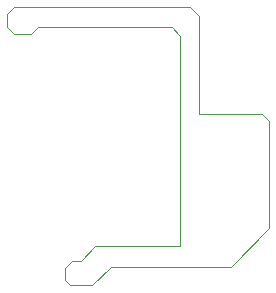
<source format=gbr>
%TF.GenerationSoftware,KiCad,Pcbnew,7.0.8*%
%TF.CreationDate,2025-05-01T09:06:41-04:00*%
%TF.ProjectId,trifalcon,74726966-616c-4636-9f6e-2e6b69636164,rev?*%
%TF.SameCoordinates,Original*%
%TF.FileFunction,Profile,NP*%
%FSLAX46Y46*%
G04 Gerber Fmt 4.6, Leading zero omitted, Abs format (unit mm)*
G04 Created by KiCad (PCBNEW 7.0.8) date 2025-05-01 09:06:41*
%MOMM*%
%LPD*%
G01*
G04 APERTURE LIST*
%TA.AperFunction,Profile*%
%ADD10C,0.100000*%
%TD*%
G04 APERTURE END LIST*
D10*
X42170212Y-18281788D02*
X42773600Y-17678400D01*
X48971200Y-37947600D02*
X54813200Y-37947600D01*
X42773600Y-17678400D02*
X54102000Y-17678400D01*
X40182185Y-16585896D02*
X40182185Y-17678400D01*
X45669200Y-37439600D02*
X46431200Y-37439600D01*
X40783147Y-15984934D02*
X55676800Y-15984934D01*
X40793384Y-18281788D02*
X42170212Y-18281788D01*
X54813200Y-18389600D02*
X54813200Y-36220400D01*
X45059600Y-39065200D02*
X45059600Y-38049200D01*
X54813200Y-36220400D02*
X47650400Y-36220400D01*
X45059600Y-38049200D02*
X45667550Y-37441250D01*
X55676800Y-15984934D02*
X56388000Y-16696134D01*
X47394986Y-39523814D02*
X48971200Y-37947600D01*
X61772800Y-24993600D02*
X56388000Y-24993600D01*
X56388000Y-24993600D02*
X56388000Y-16697484D01*
X59131200Y-37947600D02*
X54813200Y-37947600D01*
X62382400Y-34696400D02*
X62382400Y-25603200D01*
X47650400Y-36220400D02*
X46431200Y-37439600D01*
X45521512Y-39527818D02*
X47396400Y-39527818D01*
X40793384Y-18281788D02*
X40182185Y-17670589D01*
X59131200Y-37947600D02*
X62382400Y-34696400D01*
X54102000Y-17678400D02*
X54813527Y-18389927D01*
X61772800Y-24993600D02*
X62382400Y-25603200D01*
X40783147Y-15984934D02*
X40182185Y-16585896D01*
X45521512Y-39527818D02*
X45061604Y-39067910D01*
M02*

</source>
